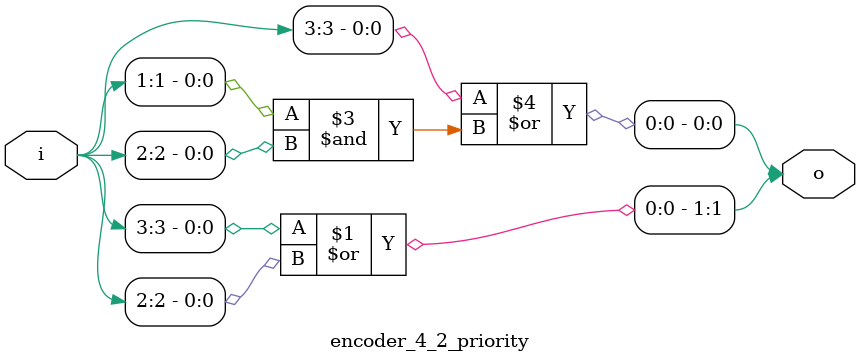
<source format=v>
module encoder_4_2_priority(
input [3:0] i,
output [1:0] o);

assign o[1] = i[3] | i[2];
assign o[0] = i[3] | (i[1]&-i[2]);
endmodule 

</source>
